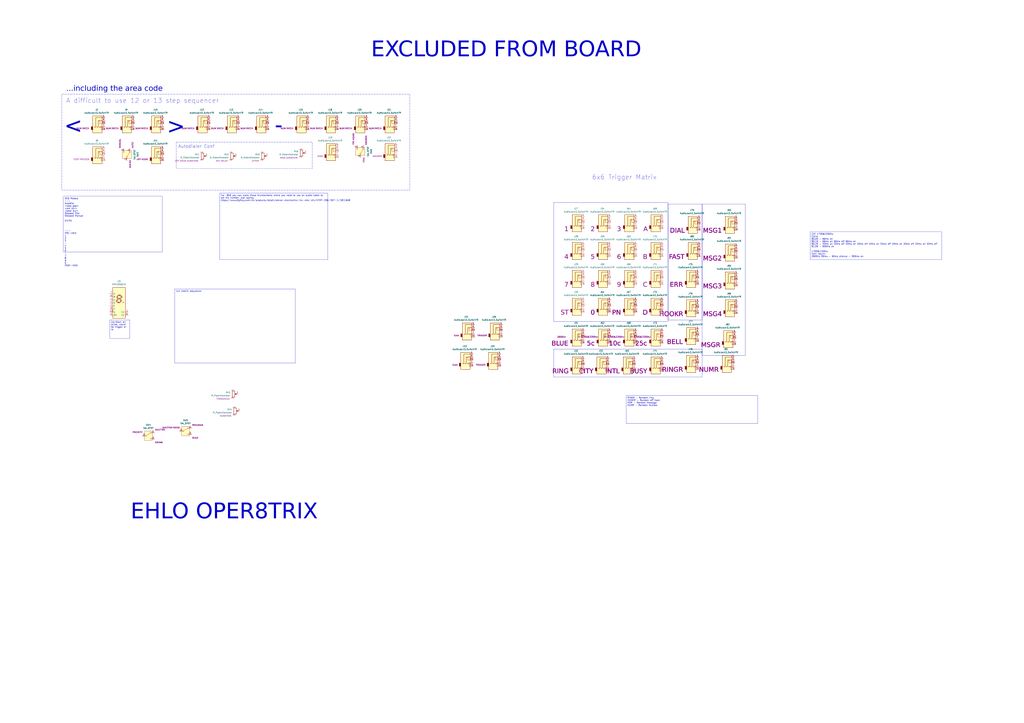
<source format=kicad_sch>
(kicad_sch (version 20231120) (generator "eeschema") (generator_version "8.0")
  (paper "A1")
  (lib_symbols
    (symbol "Connector_Audio:AudioJack3_SwitchTR"
      (property "Reference" "J" (at 0 8.89 0))
      (property "Value" "AudioJack3_SwitchTR" (at 0 6.35 0))
      (symbol "AudioJack3_SwitchTR_0_1"
        (rectangle (start -5.08 -5.08) (end -6.35 -7.62) (stroke (width 0.254)) (fill (type outline)))
        (polyline (pts (xy 0.508 -0.254) (xy 0.762 -0.762)))
        (polyline (pts (xy 1.778 -5.334) (xy 2.032 -5.842)))
        (polyline (pts (xy 0 -5.08) (xy 0.635 -5.715) (xy 1.27 -5.08) (xy 2.54 -5.08)) (stroke (width 0.254)))
        (polyline (pts (xy 2.54 -7.62) (xy 1.778 -7.62) (xy 1.778 -5.334) (xy 1.524 -5.842)))
        (polyline (pts (xy 2.54 -2.54) (xy 0.508 -2.54) (xy 0.508 -0.254) (xy 0.254 -0.762)))
        (polyline (pts (xy -1.905 -5.08) (xy -1.27 -5.715) (xy -0.635 -5.08) (xy -0.635 0) (xy 2.54 0)) (stroke (width 0.254)))
        (polyline (pts (xy 2.54 2.54) (xy -2.54 2.54) (xy -2.54 -5.08) (xy -3.175 -5.715) (xy -3.81 -5.08)) (stroke (width 0.254)))
        (rectangle (start 2.54 3.81) (end -5.08 -10.16) (stroke (width 0.254)) (fill (type background)))
      )
      (symbol "AudioJack3_SwitchTR_1_1"
        (pin passive line (at 5.08 0 180) (length 2.54) (name "~") (number "R"))
        (pin passive line (at 5.08 -2.54 180) (length 2.54) (name "~") (number "RN"))
        (pin passive line (at 5.08 2.54 180) (length 2.54) (name "~") (number "S"))
        (pin passive line (at 5.08 -5.08 180) (length 2.54) (name "~") (number "T"))
        (pin passive line (at 5.08 -7.62 180) (length 2.54) (name "~") (number "TN"))
      )
    )
    (symbol "Device:R_Potentiometer" (pin_names (offset 1.016) hide)
      (property "Reference" "RV" (at -4.445 0 90))
      (property "Value" "R_Potentiometer" (at -2.54 0 90))
      (symbol "R_Potentiometer_0_1"
        (polyline (pts (xy 2.54 0) (xy 1.524 0)))
        (polyline (pts (xy 1.143 0) (xy 2.286 0.508) (xy 2.286 -0.508) (xy 1.143 0)) (fill (type outline)))
        (rectangle (start 1.016 2.54) (end -1.016 -2.54) (stroke (width 0.254)))
      )
      (symbol "R_Potentiometer_1_1"
        (pin passive line (at 0 3.81 270) (length 1.27) (name "1") (number "1"))
        (pin passive line (at 3.81 0 180) (length 1.27) (name "2") (number "2"))
        (pin passive line (at 0 -3.81 90) (length 1.27) (name "3") (number "3"))
      )
    )
    (symbol "Display_Character:SM420561N"
      (property "Reference" "U" (at -2.54 13.97 0))
      (property "Value" "SM420561N" (at 1.27 13.97 0))
      (symbol "SM420561N_0_0"
        (text "A" (at 0.254 5.588 0) (effects (font (size 0.508 0.508))))
        (text "B" (at 2.54 4.826 0) (effects (font (size 0.508 0.508))))
        (text "C" (at 2.286 1.778 0) (effects (font (size 0.508 0.508))))
        (text "D" (at -0.254 1.016 0) (effects (font (size 0.508 0.508))))
        (text "DP" (at 3.556 0.254 0) (effects (font (size 0.508 0.508))))
        (text "E" (at -2.54 1.778 0) (effects (font (size 0.508 0.508))))
        (text "F" (at -2.286 4.826 0) (effects (font (size 0.508 0.508))))
        (text "G" (at 0 4.064 0) (effects (font (size 0.508 0.508))))
      )
      (symbol "SM420561N_0_1"
        (rectangle (start -5.08 12.7) (end 5.08 -12.7) (stroke (width 0.254)) (fill (type background)))
        (polyline (pts (xy -1.524 2.794) (xy -1.778 0.762)) (stroke (width 0.508)))
        (polyline (pts (xy -1.27 0.254) (xy 0.762 0.254)) (stroke (width 0.508)))
        (polyline (pts (xy -1.27 5.842) (xy -1.524 3.81)) (stroke (width 0.508)))
        (polyline (pts (xy -1.016 3.302) (xy 1.016 3.302)) (stroke (width 0.508)))
        (polyline (pts (xy -0.762 6.35) (xy 1.27 6.35)) (stroke (width 0.508)))
        (polyline (pts (xy 1.524 2.794) (xy 1.27 0.762)) (stroke (width 0.508)))
        (polyline (pts (xy 1.778 5.842) (xy 1.524 3.81)) (stroke (width 0.508)))
        (polyline (pts (xy 2.54 0.254) (xy 2.54 0.254)) (stroke (width 0.508)))
      )
      (symbol "SM420561N_1_1"
        (pin input line (at -7.62 -2.54 0) (length 2.54) (name "E") (number "1"))
        (pin input line (at -7.62 -7.62 0) (length 2.54) (name "G") (number "10"))
        (pin input line (at -7.62 0 0) (length 2.54) (name "D") (number "2"))
        (pin input line (at 7.62 -7.62 180) (length 2.54) (name "CC") (number "3"))
        (pin input line (at -7.62 2.54 0) (length 2.54) (name "C") (number "4"))
        (pin input line (at -7.62 -10.16 0) (length 2.54) (name "DP") (number "5"))
        (pin input line (at -7.62 5.08 0) (length 2.54) (name "B") (number "6"))
        (pin input line (at -7.62 7.62 0) (length 2.54) (name "A") (number "7"))
        (pin input line (at 7.62 -10.16 180) (length 2.54) (name "CC") (number "8"))
        (pin input line (at -7.62 -5.08 0) (length 2.54) (name "F") (number "9"))
      )
    )
    (symbol "Switch:SW_SPDT" (pin_names (offset 0) hide)
      (property "Reference" "SW" (at 0 5.08 0))
      (property "Value" "SW_SPDT" (at 0 -5.08 0))
      (symbol "SW_SPDT_0_1"
        (circle (center -2.032 0) (radius 0.4572))
        (polyline (pts (xy -1.651 0.254) (xy 1.651 2.286)))
        (circle (center 2.032 -2.54) (radius 0.4572))
        (circle (center 2.032 2.54) (radius 0.4572))
      )
      (symbol "SW_SPDT_1_1"
        (rectangle (start -3.175 3.81) (end 3.175 -3.81) (fill (type background)))
        (pin passive line (at 5.08 2.54 180) (length 2.54) (name "A") (number "1"))
        (pin passive line (at -5.08 0 0) (length 2.54) (name "B") (number "2"))
        (pin passive line (at 5.08 -2.54 180) (length 2.54) (name "C") (number "3"))
      )
    )
  )
  (rectangle (start 50.8 77.47) (end 336.55 156.21) (stroke (width 0) (type dash)))
  (rectangle (start 454.66 287.02) (end 576.58 309.88))
  (rectangle (start 144.78 116.84) (end 256.54 138.43) (stroke (width 0) (type dash)))
  (rectangle (start 548.64 167.64) (end 576.58 262.89))
  (rectangle (start 576.58 167.64) (end 612.14 292.1))
  (rectangle (start 454.66 166.37) (end 548.64 264.16))
  (text_box "SEQ Modes:\n---\nAutodial\n<step gap>\n<pre dur>\n<post dur>\nStepped Dial\nStepped Manual\n\nSTEPS\n\n\n\n---\nPRE-VOID\n1\n2\n3\n-\n4\n5\n6\n-\n7\n8\n9\n0\nPOST-VOID" (at 52.07 161.29 0) (size 81.28 45.72) (effects (font (size 1.27 1.27)) (justify left top)))
  (text_box "CDT 1700&2200hz\nCoins\n$0.05 - 66ms on\n$0.10 - 66ms on 66ms off 66ms on\n$0.25 - 33ms on 33ms off 33ms on 33ms off 33ms on 33ms off 33ms on 33ms off 33ms on 33ms off\n$1.00 - 650ms on\n\n1700&1100hz\nCoin return:\n2600hz 90ms - 60ms silence - 900ms on" (at 665.48 190.5 0) (size 107.95 22.86) (effects (font (size 1.27 1.27)) (justify left top)))
  (text_box "4x4 matrix sequancer" (at 143.51 237.49 0) (size 99.06 60.96) (effects (font (size 1.27 1.27)) (justify left top)))
  (text_box "RINGR - Random ring\nHOOKR - Random off hook\nMSR - Random Message\nNUMR - Random Number" (at 514.35 325.12 0) (size 107.95 22.86) (effects (font (size 1.27 1.27)) (justify left top)))
  (text_box "For ~$50 you can make these thumbwheels where you need to use an audio cable to set the number, just saying https://www.digikey.com/en/products/detail/omron-electronics-inc-emc-div/A7DP-206-S07-1/1811658" (at 180.34 158.75 0) (size 88.9 54.61) (effects (font (size 1.27 1.27)) (justify left top)))
  (text_box "Up/down on pulse, could be trigger or re" (at 90.17 262.89 0) (size 16.51 15.24) (effects (font (size 1.27 1.27)) (justify left top)))
  (text "Autodialer Conf" (at 161.29 120.396 0) (effects (font (size 2.54 2.54))))
  (text ">" (at 144.526 107.95 0) (effects (font (size 12.7 12.7))))
  (text "A difficult to use 12 or 13 step sequencer" (at 117.094 82.804 0) (effects (font (size 3.81 3.81))))
  (text "6x6 Trigger Matrix" (at 512.826 145.796 0) (effects (font (size 3.81 3.81))))
  (text "...including the area code" (at 93.98 74.168 0) (effects (font (size 4.445 4.445))))
  (text "<" (at 60.198 107.442 0) (effects (font (size 12.7 12.7))))
  (text "EXCLUDED FROM BOARD" (at 415.798 44.45 0) (effects (font (size 12.7 12.7))))
  (text "-" (at 228.854 106.934 0) (effects (font (size 12.7 12.7))))
  (text "EHLO OPER8TRIX" (at 184.15 424.18 0) (effects (font (size 12.7 12.7))))
  (symbol (lib_id "Connector_Audio:AudioJack3_SwitchTR") (at 474.98 226.06 0) (unit 1) (on_board no)
    (property "Reference" "J29" (at 473.075 217.17 0))
    (property "Value" "AudioJack3_SwitchTR" (at 473.075 219.71 0))
    (property "Footprint" "AT-Footprints:CONN5_STX-3680_KYC" (effects (hide yes)))
    (property "Description" "Audio Jack, 3 Poles (Stereo / TRS), Switched TR Poles (Normalling)" (effects (hide yes)))
    (property "Control" "7" (at 467.36 231.902 0) (effects (font (size 3.81 3.81)) (justify right top)))
  )
  (symbol (lib_id "Connector_Audio:AudioJack3_SwitchTR") (at 496.57 274.32 0) (unit 1) (on_board no)
    (property "Reference" "J62" (at 494.665 265.43 0))
    (property "Value" "AudioJack3_SwitchTR" (at 494.665 267.97 0))
    (property "Footprint" "AT-Footprints:CONN5_STX-3680_KYC" (effects (hide yes)))
    (property "Description" "Audio Jack, 3 Poles (Stereo / TRS), Switched TR Poles (Normalling)" (effects (hide yes)))
    (property "Control" "5c" (at 488.95 280.162 0) (effects (font (size 3.81 3.81)) (justify right top)))
    (property "freq" "DT 1700&2200hz" (at 482.6 276.86 0) (effects (font (italic yes))))
  )
  (symbol (lib_id "Connector_Audio:AudioJack3_SwitchTR") (at 129.54 124.46 0) (unit 1) (on_board no)
    (property "Reference" "J11" (at 127.635 115.57 0))
    (property "Value" "AudioJack3_SwitchTR" (at 127.635 118.11 0))
    (property "Footprint" "AT-Footprints:CONN5_STX-3680_KYC" (effects (hide yes)))
    (property "Description" "Audio Jack, 3 Poles (Stereo / TRS), Switched TR Poles (Normalling)" (effects (hide yes)))
    (property "Control" "OFF HOOK" (at 121.92 130.302 0) (effects (justify right top)))
  )
  (symbol (lib_id "Connector_Audio:AudioJack3_SwitchTR") (at 474.98 274.32 0) (unit 1) (on_board no)
    (property "Reference" "J31" (at 473.075 265.43 0))
    (property "Value" "AudioJack3_SwitchTR" (at 473.075 267.97 0))
    (property "Footprint" "AT-Footprints:CONN5_STX-3680_KYC" (effects (hide yes)))
    (property "Description" "Audio Jack, 3 Poles (Stereo / TRS), Switched TR Poles (Normalling)" (effects (hide yes)))
    (property "Control" "BLUE" (at 467.36 280.162 0) (effects (font (size 3.81 3.81)) (justify right top)))
    (property "freq" "2600hz" (at 461.01 276.86 0) (effects (font (italic yes))))
  )
  (symbol (lib_id "Connector_Audio:AudioJack3_SwitchTR") (at 568.96 295.91 0) (unit 1) (on_board no)
    (property "Reference" "J78" (at 567.055 287.02 0))
    (property "Value" "AudioJack3_SwitchTR" (at 567.055 289.56 0))
    (property "Footprint" "AT-Footprints:CONN5_STX-3680_KYC" (effects (hide yes)))
    (property "Description" "Audio Jack, 3 Poles (Stereo / TRS), Switched TR Poles (Normalling)" (effects (hide yes)))
    (property "Control" "RINGR" (at 561.34 301.752 0) (effects (font (size 3.81 3.81)) (justify right top)))
  )
  (symbol (lib_id "Connector_Audio:AudioJack3_SwitchTR") (at 518.16 180.34 0) (unit 1) (on_board no)
    (property "Reference" "J64" (at 516.255 171.45 0))
    (property "Value" "AudioJack3_SwitchTR" (at 516.255 173.99 0))
    (property "Footprint" "AT-Footprints:CONN5_STX-3680_KYC" (effects (hide yes)))
    (property "Description" "Audio Jack, 3 Poles (Stereo / TRS), Switched TR Poles (Normalling)" (effects (hide yes)))
    (property "Control" "3" (at 510.54 186.182 0) (effects (font (size 3.81 3.81)) (justify right top)))
  )
  (symbol (lib_id "Connector_Audio:AudioJack3_SwitchTR") (at 406.4 293.37 0) (unit 1) (on_board no)
    (property "Reference" "J25" (at 404.495 284.48 0))
    (property "Value" "AudioJack3_SwitchTR" (at 404.495 287.02 0))
    (property "Footprint" "AT-Footprints:CONN5_STX-3680_KYC" (effects (hide yes)))
    (property "Description" "Audio Jack, 3 Poles (Stereo / TRS), Switched TR Poles (Normalling)" (effects (hide yes)))
    (property "Control" "TRIGGER" (at 398.78 299.212 0) (effects (justify right top)))
  )
  (symbol (lib_id "Device:R_Potentiometer") (at 193.04 337.82 0) (unit 1) (on_board no)
    (property "Reference" "RV4" (at 190.5 336.5499 0) (effects (justify right)))
    (property "Value" "R_Potentiometer" (at 190.5 339.0899 0) (effects (justify right)))
    (property "Footprint" "Potentiometer_THT:Potentiometer_Bourns_PTV09A-1_Single_Vertical" (effects (hide yes)))
    (property "Description" "Potentiometer" (effects (hide yes)))
    (property "Control" "DURATION" (at 189.992 341.122 0) (effects (justify right top)))
  )
  (symbol (lib_id "Connector_Audio:AudioJack3_SwitchTR") (at 474.98 297.18 0) (unit 1) (on_board no)
    (property "Reference" "J32" (at 473.075 288.29 0))
    (property "Value" "AudioJack3_SwitchTR" (at 473.075 290.83 0))
    (property "Footprint" "AT-Footprints:CONN5_STX-3680_KYC" (effects (hide yes)))
    (property "Description" "Audio Jack, 3 Poles (Stereo / TRS), Switched TR Poles (Normalling)" (effects (hide yes)))
    (property "Control" "RING" (at 467.36 303.022 0) (effects (font (size 3.81 3.81)) (justify right top)))
  )
  (symbol (lib_id "Connector_Audio:AudioJack3_SwitchTR") (at 384.81 269.24 0) (unit 1) (on_board no)
    (property "Reference" "J24" (at 382.905 260.35 0))
    (property "Value" "AudioJack3_SwitchTR" (at 382.905 262.89 0))
    (property "Footprint" "AT-Footprints:CONN5_STX-3680_KYC" (effects (hide yes)))
    (property "Description" "Audio Jack, 3 Poles (Stereo / TRS), Switched TR Poles (Normalling)" (effects (hide yes)))
    (property "Control" "Gate" (at 377.19 275.082 0) (effects (justify right top)))
  )
  (symbol (lib_id "Connector_Audio:AudioJack3_SwitchTR") (at 570.23 181.61 0) (unit 1) (on_board no)
    (property "Reference" "J79" (at 568.325 172.72 0))
    (property "Value" "AudioJack3_SwitchTR" (at 568.325 175.26 0))
    (property "Footprint" "AT-Footprints:CONN5_STX-3680_KYC" (effects (hide yes)))
    (property "Description" "Audio Jack, 3 Poles (Stereo / TRS), Switched TR Poles (Normalling)" (effects (hide yes)))
    (property "Control" "DIAL" (at 562.61 187.452 0) (effects (font (size 3.81 3.81)) (justify right top)))
  )
  (symbol (lib_id "Switch:SW_SPDT") (at 152.4 354.33 0) (unit 1) (on_board no)
    (property "Reference" "SW5" (at 152.4 345.44 0))
    (property "Value" "SW_SPDT" (at 152.4 347.98 0))
    (property "Description" "Switch, single pole double throw" (effects (hide yes)))
    (property "POS1" "PROGRAM" (at 157.734 348.742 0) (effects (justify left top)))
    (property "POS2" "BULB" (at 157.734 359.156 0) (effects (justify left top)))
    (property "CON" "SHUTTER MODE" (at 147.828 350.774 0) (effects (justify right top)))
  )
  (symbol (lib_id "Connector_Audio:AudioJack3_SwitchTR") (at 518.16 203.2 0) (unit 1) (on_board no)
    (property "Reference" "J65" (at 516.255 194.31 0))
    (property "Value" "AudioJack3_SwitchTR" (at 516.255 196.85 0))
    (property "Footprint" "AT-Footprints:CONN5_STX-3680_KYC" (effects (hide yes)))
    (property "Description" "Audio Jack, 3 Poles (Stereo / TRS), Switched TR Poles (Normalling)" (effects (hide yes)))
    (property "Control" "6" (at 510.54 209.042 0) (effects (font (size 3.81 3.81)) (justify right top)))
  )
  (symbol (lib_id "Switch:SW_SPDT") (at 295.91 124.46 270) (mirror x) (unit 1) (on_board no)
    (property "Reference" "SW6" (at 304.8 124.46 0))
    (property "Value" "SW_SPDT" (at 302.26 124.46 0))
    (property "Description" "Switch, single pole double throw" (effects (hide yes)))
    (property "POS1" "ANSWER" (at 301.498 119.126 0) (effects (justify left top)))
    (property "POS2" "TRY AGAIN" (at 291.084 119.126 0) (effects (justify left top)))
    (property "CON" "CALL" (at 299.466 129.032 0) (effects (justify right top)))
  )
  (symbol (lib_id "Connector_Audio:AudioJack3_SwitchTR") (at 167.64 99.06 0) (unit 1) (on_board no)
    (property "Reference" "J12" (at 165.735 90.17 0))
    (property "Value" "AudioJack3_SwitchTR" (at 165.735 92.71 0))
    (property "Footprint" "AT-Footprints:CONN5_STX-3680_KYC" (effects (hide yes)))
    (property "Description" "Audio Jack, 3 Poles (Stereo / TRS), Switched TR Poles (Normalling)" (effects (hide yes)))
    (property "Control" "NUM PATCH" (at 160.02 104.902 0) (effects (justify right top)))
  )
  (symbol (lib_id "Connector_Audio:AudioJack3_SwitchTR") (at 297.18 99.06 0) (unit 1) (on_board no)
    (property "Reference" "J20" (at 295.275 90.17 0))
    (property "Value" "AudioJack3_SwitchTR" (at 295.275 92.71 0))
    (property "Footprint" "AT-Footprints:CONN5_STX-3680_KYC" (effects (hide yes)))
    (property "Description" "Audio Jack, 3 Poles (Stereo / TRS), Switched TR Poles (Normalling)" (effects (hide yes)))
    (property "Control" "NUM PATCH" (at 289.56 104.902 0) (effects (justify right top)))
  )
  (symbol (lib_id "Switch:SW_SPDT") (at 121.92 358.14 0) (unit 1) (on_board no)
    (property "Reference" "SW4" (at 121.92 349.25 0))
    (property "Value" "SW_SPDT" (at 121.92 351.79 0))
    (property "Description" "Switch, single pole double throw" (effects (hide yes)))
    (property "POS1" "SHUTTER" (at 127.254 352.552 0) (effects (justify left top)))
    (property "POS2" "DRONE" (at 127.254 362.966 0) (effects (justify left top)))
    (property "CON" "PRIORITY" (at 117.348 354.584 0) (effects (justify right top)))
  )
  (symbol (lib_id "Connector_Audio:AudioJack3_SwitchTR") (at 568.96 226.06 0) (unit 1) (on_board no)
    (property "Reference" "J75" (at 567.055 217.17 0))
    (property "Value" "AudioJack3_SwitchTR" (at 567.055 219.71 0))
    (property "Footprint" "AT-Footprints:CONN5_STX-3680_KYC" (effects (hide yes)))
    (property "Description" "Audio Jack, 3 Poles (Stereo / TRS), Switched TR Poles (Normalling)" (effects (hide yes)))
    (property "Control" "ERR" (at 561.34 231.902 0) (effects (font (size 3.81 3.81)) (justify right top)))
  )
  (symbol (lib_id "Connector_Audio:AudioJack3_SwitchTR") (at 474.98 180.34 0) (unit 1) (on_board no)
    (property "Reference" "J27" (at 473.075 171.45 0))
    (property "Value" "AudioJack3_SwitchTR" (at 473.075 173.99 0))
    (property "Footprint" "AT-Footprints:CONN5_STX-3680_KYC" (effects (hide yes)))
    (property "Description" "Audio Jack, 3 Poles (Stereo / TRS), Switched TR Poles (Normalling)" (effects (hide yes)))
    (property "Control" "1" (at 467.36 186.182 0) (effects (font (size 3.81 3.81)) (justify right top)))
  )
  (symbol (lib_id "Switch:SW_SPDT") (at 104.14 127 270) (mirror x) (unit 1) (on_board no)
    (property "Reference" "SW3" (at 113.03 127 0))
    (property "Value" "SW_SPDT" (at 110.49 127 0))
    (property "Description" "Switch, single pole double throw" (effects (hide yes)))
    (property "POS1" "AUTO" (at 109.728 121.666 0) (effects (justify left top)))
    (property "POS2" "MANUAL" (at 99.314 121.666 0) (effects (justify left top)))
    (property "CON" "DIALER" (at 107.696 131.572 0) (effects (justify right top)))
  )
  (symbol (lib_id "Connector_Audio:AudioJack3_SwitchTR") (at 495.3 297.18 0) (unit 1) (on_board no)
    (property "Reference" "J33" (at 493.395 288.29 0))
    (property "Value" "AudioJack3_SwitchTR" (at 493.395 290.83 0))
    (property "Footprint" "AT-Footprints:CONN5_STX-3680_KYC" (effects (hide yes)))
    (property "Description" "Audio Jack, 3 Poles (Stereo / TRS), Switched TR Poles (Normalling)" (effects (hide yes)))
    (property "Control" "CITY" (at 487.68 303.022 0) (effects (font (size 3.81 3.81)) (justify right top)))
  )
  (symbol (lib_id "Connector_Audio:AudioJack3_SwitchTR") (at 105.41 99.06 0) (unit 1) (on_board no)
    (property "Reference" "J9" (at 103.505 90.17 0))
    (property "Value" "AudioJack3_SwitchTR" (at 103.505 92.71 0))
    (property "Footprint" "AT-Footprints:CONN5_STX-3680_KYC" (effects (hide yes)))
    (property "Description" "Audio Jack, 3 Poles (Stereo / TRS), Switched TR Poles (Normalling)" (effects (hide yes)))
    (property "Control" "NUM PATCH" (at 97.79 104.902 0) (effects (justify right top)))
  )
  (symbol (lib_id "Connector_Audio:AudioJack3_SwitchTR") (at 496.57 203.2 0) (unit 1) (on_board no)
    (property "Reference" "J59" (at 494.665 194.31 0))
    (property "Value" "AudioJack3_SwitchTR" (at 494.665 196.85 0))
    (property "Footprint" "AT-Footprints:CONN5_STX-3680_KYC" (effects (hide yes)))
    (property "Description" "Audio Jack, 3 Poles (Stereo / TRS), Switched TR Poles (Normalling)" (effects (hide yes)))
    (property "Control" "5" (at 488.95 209.042 0) (effects (font (size 3.81 3.81)) (justify right top)))
  )
  (symbol (lib_id "Connector_Audio:AudioJack3_SwitchTR") (at 191.77 99.06 0) (unit 1) (on_board no)
    (property "Reference" "J13" (at 189.865 90.17 0))
    (property "Value" "AudioJack3_SwitchTR" (at 189.865 92.71 0))
    (property "Footprint" "AT-Footprints:CONN5_STX-3680_KYC" (effects (hide yes)))
    (property "Description" "Audio Jack, 3 Poles (Stereo / TRS), Switched TR Poles (Normalling)" (effects (hide yes)))
    (property "Control" "NUM PATCH" (at 184.15 104.902 0) (effects (justify right top)))
  )
  (symbol (lib_id "Connector_Audio:AudioJack3_SwitchTR") (at 81.28 124.46 0) (unit 1) (on_board no)
    (property "Reference" "J8" (at 79.375 115.57 0))
    (property "Value" "AudioJack3_SwitchTR" (at 79.375 118.11 0))
    (property "Footprint" "AT-Footprints:CONN5_STX-3680_KYC" (effects (hide yes)))
    (property "Description" "Audio Jack, 3 Poles (Stereo / TRS), Switched TR Poles (Normalling)" (effects (hide yes)))
    (property "Control" "STEP TRIGGER" (at 73.66 130.302 0) (effects (justify right top)))
  )
  (symbol (lib_id "Connector_Audio:AudioJack3_SwitchTR") (at 600.71 227.33 0) (unit 1) (on_board no)
    (property "Reference" "J85" (at 598.805 218.44 0))
    (property "Value" "AudioJack3_SwitchTR" (at 598.805 220.98 0))
    (property "Footprint" "AT-Footprints:CONN5_STX-3680_KYC" (effects (hide yes)))
    (property "Description" "Audio Jack, 3 Poles (Stereo / TRS), Switched TR Poles (Normalling)" (effects (hide yes)))
    (property "Control" "MSG3" (at 593.09 233.172 0) (effects (font (size 3.81 3.81)) (justify right top)))
  )
  (symbol (lib_id "Device:R_Potentiometer") (at 190.5 128.27 0) (unit 1) (on_board no)
    (property "Reference" "RV2" (at 187.96 126.9999 0) (effects (justify right)))
    (property "Value" "R_Potentiometer" (at 187.96 129.5399 0) (effects (justify right)))
    (property "Footprint" "Potentiometer_THT:Potentiometer_Bourns_PTV09A-1_Single_Vertical" (effects (hide yes)))
    (property "Description" "Potentiometer" (effects (hide yes)))
    (property "Control" "KEY DELAY" (at 187.452 131.572 0) (effects (justify right top)))
  )
  (symbol (lib_id "Connector_Audio:AudioJack3_SwitchTR") (at 248.92 99.06 0) (unit 1) (on_board no)
    (property "Reference" "J15" (at 247.015 90.17 0))
    (property "Value" "AudioJack3_SwitchTR" (at 247.015 92.71 0))
    (property "Footprint" "AT-Footprints:CONN5_STX-3680_KYC" (effects (hide yes)))
    (property "Description" "Audio Jack, 3 Poles (Stereo / TRS), Switched TR Poles (Normalling)" (effects (hide yes)))
    (property "Control" "NUM PATCH" (at 241.3 104.902 0) (effects (justify right top)))
  )
  (symbol (lib_id "Connector_Audio:AudioJack3_SwitchTR") (at 518.16 274.32 0) (unit 1) (on_board no)
    (property "Reference" "J68" (at 516.255 265.43 0))
    (property "Value" "AudioJack3_SwitchTR" (at 516.255 267.97 0))
    (property "Footprint" "AT-Footprints:CONN5_STX-3680_KYC" (effects (hide yes)))
    (property "Description" "Audio Jack, 3 Poles (Stereo / TRS), Switched TR Poles (Normalling)" (effects (hide yes)))
    (property "Control" "10c" (at 510.54 280.162 0) (effects (font (size 3.81 3.81)) (justify right top)))
    (property "freq" "DT 1700&2200hz" (at 504.19 276.86 0) (effects (font (italic yes))))
  )
  (symbol (lib_id "Display_Character:SM420561N") (at 97.79 248.92 0) (unit 1) (on_board no)
    (property "Reference" "U5" (at 97.79 231.14 0))
    (property "Value" "SM420561N" (at 97.79 233.68 0))
    (property "Footprint" "Display_7Segment:7SegmentLED_LTS6760_LTS6780" (effects (hide yes)))
    (property "Datasheet" "https://datasheet.lcsc.com/szlcsc/Wuxi-ARK-Tech-Elec-SM420561N_C141367.pdf" (effects (hide yes)))
    (property "Description" "One digit 7 segment blue LED, common cathode" (effects (hide yes)))
  )
  (symbol (lib_id "Connector_Audio:AudioJack3_SwitchTR") (at 273.05 121.92 0) (unit 1) (on_board no)
    (property "Reference" "J19" (at 271.145 113.03 0))
    (property "Value" "AudioJack3_SwitchTR" (at 271.145 115.57 0))
    (property "Footprint" "AT-Footprints:CONN5_STX-3680_KYC" (effects (hide yes)))
    (property "Description" "Audio Jack, 3 Poles (Stereo / TRS), Switched TR Poles (Normalling)" (effects (hide yes)))
    (property "Control" "RING" (at 265.43 127.762 0) (effects (justify right top)))
  )
  (symbol (lib_id "Device:R_Potentiometer") (at 166.37 128.27 0) (unit 1) (on_board no)
    (property "Reference" "RV1" (at 163.83 126.9999 0) (effects (justify right)))
    (property "Value" "R_Potentiometer" (at 163.83 129.5399 0) (effects (justify right)))
    (property "Footprint" "Potentiometer_THT:Potentiometer_Bourns_PTV09A-1_Single_Vertical" (effects (hide yes)))
    (property "Description" "Potentiometer" (effects (hide yes)))
    (property "Control" "OFF HOOK DURATION" (at 163.322 131.572 0) (effects (justify right top)))
  )
  (symbol (lib_id "Connector_Audio:AudioJack3_SwitchTR") (at 568.96 273.05 0) (unit 1) (on_board no)
    (property "Reference" "J77" (at 567.055 264.16 0))
    (property "Value" "AudioJack3_SwitchTR" (at 567.055 266.7 0))
    (property "Footprint" "AT-Footprints:CONN5_STX-3680_KYC" (effects (hide yes)))
    (property "Description" "Audio Jack, 3 Poles (Stereo / TRS), Switched TR Poles (Normalling)" (effects (hide yes)))
    (property "Control" "BELL" (at 561.34 278.892 0) (effects (font (size 3.81 3.81)) (justify right top)))
  )
  (symbol (lib_id "Connector_Audio:AudioJack3_SwitchTR") (at 518.16 248.92 0) (unit 1) (on_board no)
    (property "Reference" "J67" (at 516.255 240.03 0))
    (property "Value" "AudioJack3_SwitchTR" (at 516.255 242.57 0))
    (property "Footprint" "AT-Footprints:CONN5_STX-3680_KYC" (effects (hide yes)))
    (property "Description" "Audio Jack, 3 Poles (Stereo / TRS), Switched TR Poles (Normalling)" (effects (hide yes)))
    (property "Control" "PN" (at 510.54 254.762 0) (effects (font (size 3.81 3.81)) (justify right top)))
  )
  (symbol (lib_id "Connector_Audio:AudioJack3_SwitchTR") (at 598.17 295.91 0) (unit 1) (on_board no)
    (property "Reference" "J81" (at 596.265 287.02 0))
    (property "Value" "AudioJack3_SwitchTR" (at 596.265 289.56 0))
    (property "Footprint" "AT-Footprints:CONN5_STX-3680_KYC" (effects (hide yes)))
    (property "Description" "Audio Jack, 3 Poles (Stereo / TRS), Switched TR Poles (Normalling)" (effects (hide yes)))
    (property "Control" "NUMR" (at 590.55 301.752 0) (effects (font (size 3.81 3.81)) (justify right top)))
  )
  (symbol (lib_id "Connector_Audio:AudioJack3_SwitchTR") (at 129.54 99.06 0) (unit 1) (on_board no)
    (property "Reference" "J10" (at 127.635 90.17 0))
    (property "Value" "AudioJack3_SwitchTR" (at 127.635 92.71 0))
    (property "Footprint" "AT-Footprints:CONN5_STX-3680_KYC" (effects (hide yes)))
    (property "Description" "Audio Jack, 3 Poles (Stereo / TRS), Switched TR Poles (Normalling)" (effects (hide yes)))
    (property "Control" "NUM PATCH" (at 121.92 104.902 0) (effects (justify right top)))
  )
  (symbol (lib_id "Connector_Audio:AudioJack3_SwitchTR") (at 599.44 275.59 0) (unit 1) (on_board no)
    (property "Reference" "J82" (at 597.535 266.7 0))
    (property "Value" "AudioJack3_SwitchTR" (at 597.535 269.24 0))
    (property "Footprint" "AT-Footprints:CONN5_STX-3680_KYC" (effects (hide yes)))
    (property "Description" "Audio Jack, 3 Poles (Stereo / TRS), Switched TR Poles (Normalling)" (effects (hide yes)))
    (property "Control" "MSGR" (at 591.82 281.432 0) (effects (font (size 3.81 3.81)) (justify right top)))
  )
  (symbol (lib_id "Device:R_Potentiometer") (at 215.9 128.27 0) (unit 1) (on_board no)
    (property "Reference" "RV5" (at 213.36 126.9999 0) (effects (justify right)))
    (property "Value" "R_Potentiometer" (at 213.36 129.5399 0) (effects (justify right)))
    (property "Footprint" "Potentiometer_THT:Potentiometer_Bourns_PTV09A-1_Single_Vertical" (effects (hide yes)))
    (property "Description" "Potentiometer" (effects (hide yes)))
    (property "Control" "JITTER" (at 212.852 131.572 0) (effects (justify right top)))
  )
  (symbol (lib_id "Connector_Audio:AudioJack3_SwitchTR") (at 516.89 297.18 0) (unit 1) (on_board no)
    (property "Reference" "J63" (at 514.985 288.29 0))
    (property "Value" "AudioJack3_SwitchTR" (at 514.985 290.83 0))
    (property "Footprint" "AT-Footprints:CONN5_STX-3680_KYC" (effects (hide yes)))
    (property "Description" "Audio Jack, 3 Poles (Stereo / TRS), Switched TR Poles (Normalling)" (effects (hide yes)))
    (property "Control" "INTL" (at 509.27 303.022 0) (effects (font (size 3.81 3.81)) (justify right top)))
  )
  (symbol (lib_id "Connector_Audio:AudioJack3_SwitchTR") (at 568.96 250.19 0) (unit 1) (on_board no)
    (property "Reference" "J76" (at 567.055 241.3 0))
    (property "Value" "AudioJack3_SwitchTR" (at 567.055 243.84 0))
    (property "Footprint" "AT-Footprints:CONN5_STX-3680_KYC" (effects (hide yes)))
    (property "Description" "Audio Jack, 3 Poles (Stereo / TRS), Switched TR Poles (Normalling)" (effects (hide yes)))
    (property "Control" "HOOKR" (at 561.34 256.032 0) (effects (font (size 3.81 3.81)) (justify right top)))
  )
  (symbol (lib_id "Connector_Audio:AudioJack3_SwitchTR") (at 496.57 180.34 0) (unit 1) (on_board no)
    (property "Reference" "J34" (at 494.665 171.45 0))
    (property "Value" "AudioJack3_SwitchTR" (at 494.665 173.99 0))
    (property "Footprint" "AT-Footprints:CONN5_STX-3680_KYC" (effects (hide yes)))
    (property "Description" "Audio Jack, 3 Poles (Stereo / TRS), Switched TR Poles (Normalling)" (effects (hide yes)))
    (property "Control" "2" (at 488.95 186.182 0) (effects (font (size 3.81 3.81)) (justify right top)))
  )
  (symbol (lib_id "Connector_Audio:AudioJack3_SwitchTR") (at 496.57 248.92 0) (unit 1) (on_board no)
    (property "Reference" "J61" (at 494.665 240.03 0))
    (property "Value" "AudioJack3_SwitchTR" (at 494.665 242.57 0))
    (property "Footprint" "AT-Footprints:CONN5_STX-3680_KYC" (effects (hide yes)))
    (property "Description" "Audio Jack, 3 Poles (Stereo / TRS), Switched TR Poles (Normalling)" (effects (hide yes)))
    (property "Control" "0" (at 488.95 254.762 0) (effects (font (size 3.81 3.81)) (justify right top)))
  )
  (symbol (lib_id "Connector_Audio:AudioJack3_SwitchTR") (at 600.71 204.47 0) (unit 1) (on_board no)
    (property "Reference" "J84" (at 598.805 195.58 0))
    (property "Value" "AudioJack3_SwitchTR" (at 598.805 198.12 0))
    (property "Footprint" "AT-Footprints:CONN5_STX-3680_KYC" (effects (hide yes)))
    (property "Description" "Audio Jack, 3 Poles (Stereo / TRS), Switched TR Poles (Normalling)" (effects (hide yes)))
    (property "Control" "MSG2" (at 593.09 210.312 0) (effects (font (size 3.81 3.81)) (justify right top)))
  )
  (symbol (lib_id "Connector_Audio:AudioJack3_SwitchTR") (at 474.98 248.92 0) (unit 1) (on_board no)
    (property "Reference" "J30" (at 473.075 240.03 0))
    (property "Value" "AudioJack3_SwitchTR" (at 473.075 242.57 0))
    (property "Footprint" "AT-Footprints:CONN5_STX-3680_KYC" (effects (hide yes)))
    (property "Description" "Audio Jack, 3 Poles (Stereo / TRS), Switched TR Poles (Normalling)" (effects (hide yes)))
    (property "Control" "ST" (at 467.36 254.762 0) (effects (font (size 3.81 3.81)) (justify right top)))
  )
  (symbol (lib_id "Connector_Audio:AudioJack3_SwitchTR") (at 600.71 250.19 0) (unit 1) (on_board no)
    (property "Reference" "J86" (at 598.805 241.3 0))
    (property "Value" "AudioJack3_SwitchTR" (at 598.805 243.84 0))
    (property "Footprint" "AT-Footprints:CONN5_STX-3680_KYC" (effects (hide yes)))
    (property "Description" "Audio Jack, 3 Poles (Stereo / TRS), Switched TR Poles (Normalling)" (effects (hide yes)))
    (property "Control" "MSG4" (at 593.09 256.032 0) (effects (font (size 3.81 3.81)) (justify right top)))
  )
  (symbol (lib_id "Connector_Audio:AudioJack3_SwitchTR") (at 600.71 181.61 0) (unit 1) (on_board no)
    (property "Reference" "J83" (at 598.805 172.72 0))
    (property "Value" "AudioJack3_SwitchTR" (at 598.805 175.26 0))
    (property "Footprint" "AT-Footprints:CONN5_STX-3680_KYC" (effects (hide yes)))
    (property "Description" "Audio Jack, 3 Poles (Stereo / TRS), Switched TR Poles (Normalling)" (effects (hide yes)))
    (property "Control" "MSG1" (at 593.09 187.452 0) (effects (font (size 3.81 3.81)) (justify right top)))
  )
  (symbol (lib_id "Connector_Audio:AudioJack3_SwitchTR") (at 570.23 203.2 0) (unit 1) (on_board no)
    (property "Reference" "J80" (at 568.325 194.31 0))
    (property "Value" "AudioJack3_SwitchTR" (at 568.325 196.85 0))
    (property "Footprint" "AT-Footprints:CONN5_STX-3680_KYC" (effects (hide yes)))
    (property "Description" "Audio Jack, 3 Poles (Stereo / TRS), Switched TR Poles (Normalling)" (effects (hide yes)))
    (property "Control" "FAST" (at 562.61 209.042 0) (effects (font (size 3.81 3.81)) (justify right top)))
  )
  (symbol (lib_id "Connector_Audio:AudioJack3_SwitchTR") (at 539.75 248.92 0) (unit 1) (on_board no)
    (property "Reference" "J72" (at 537.845 240.03 0))
    (property "Value" "AudioJack3_SwitchTR" (at 537.845 242.57 0))
    (property "Footprint" "AT-Footprints:CONN5_STX-3680_KYC" (effects (hide yes)))
    (property "Description" "Audio Jack, 3 Poles (Stereo / TRS), Switched TR Poles (Normalling)" (effects (hide yes)))
    (property "Control" "D" (at 532.13 254.762 0) (effects (font (size 3.81 3.81)) (justify right top)))
  )
  (symbol (lib_id "Connector_Audio:AudioJack3_SwitchTR") (at 496.57 226.06 0) (unit 1) (on_board no)
    (property "Reference" "J60" (at 494.665 217.17 0))
    (property "Value" "AudioJack3_SwitchTR" (at 494.665 219.71 0))
    (property "Footprint" "AT-Footprints:CONN5_STX-3680_KYC" (effects (hide yes)))
    (property "Description" "Audio Jack, 3 Poles (Stereo / TRS), Switched TR Poles (Normalling)" (effects (hide yes)))
    (property "Control" "8" (at 488.95 231.902 0) (effects (font (size 3.81 3.81)) (justify right top)))
  )
  (symbol (lib_id "Connector_Audio:AudioJack3_SwitchTR") (at 539.75 274.32 0) (unit 1) (on_board no)
    (property "Reference" "J73" (at 537.845 265.43 0))
    (property "Value" "AudioJack3_SwitchTR" (at 537.845 267.97 0))
    (property "Footprint" "AT-Footprints:CONN5_STX-3680_KYC" (effects (hide yes)))
    (property "Description" "Audio Jack, 3 Poles (Stereo / TRS), Switched TR Poles (Normalling)" (effects (hide yes)))
    (property "Control" "25c" (at 532.13 280.162 0) (effects (font (size 3.81 3.81)) (justify right top)))
    (property "freq" "DT 1700&2200hz" (at 525.78 276.86 0) (effects (font (italic yes))))
  )
  (symbol (lib_id "Connector_Audio:AudioJack3_SwitchTR") (at 474.98 203.2 0) (unit 1) (on_board no)
    (property "Reference" "J28" (at 473.075 194.31 0))
    (property "Value" "AudioJack3_SwitchTR" (at 473.075 196.85 0))
    (property "Footprint" "AT-Footprints:CONN5_STX-3680_KYC" (effects (hide yes)))
    (property "Description" "Audio Jack, 3 Poles (Stereo / TRS), Switched TR Poles (Normalling)" (effects (hide yes)))
    (property "Control" "4" (at 467.36 209.042 0) (effects (font (size 3.81 3.81)) (justify right top)))
  )
  (symbol (lib_id "Connector_Audio:AudioJack3_SwitchTR") (at 321.31 121.92 0) (unit 1) (on_board no)
    (property "Reference" "J22" (at 319.405 113.03 0))
    (property "Value" "AudioJack3_SwitchTR" (at 319.405 115.57 0))
    (property "Footprint" "AT-Footprints:CONN5_STX-3680_KYC" (effects (hide yes)))
    (property "Description" "Audio Jack, 3 Poles (Stereo / TRS), Switched TR Poles (Normalling)" (effects (hide yes)))
    (property "Control" "ANSWER" (at 313.69 127.762 0) (effects (justify right top)))
  )
  (symbol (lib_id "Device:R_Potentiometer") (at 191.77 323.85 0) (unit 1) (on_board no)
    (property "Reference" "RV3" (at 189.23 322.5799 0) (effects (justify right)))
    (property "Value" "R_Potentiometer" (at 189.23 325.1199 0) (effects (justify right)))
    (property "Footprint" "Potentiometer_THT:Potentiometer_Bourns_PTV09A-1_Single_Vertical" (effects (hide yes)))
    (property "Description" "Potentiometer" (effects (hide yes)))
    (property "Control" "THRESHOLD" (at 188.722 327.152 0) (effects (justify right top)))
  )
  (symbol (lib_id "Connector_Audio:AudioJack3_SwitchTR") (at 518.16 226.06 0) (unit 1) (on_board no)
    (property "Reference" "J66" (at 516.255 217.17 0))
    (property "Value" "AudioJack3_SwitchTR" (at 516.255 219.71 0))
    (property "Footprint" "AT-Footprints:CONN5_STX-3680_KYC" (effects (hide yes)))
    (property "Description" "Audio Jack, 3 Poles (Stereo / TRS), Switched TR Poles (Normalling)" (effects (hide yes)))
    (property "Control" "9" (at 510.54 231.902 0) (effects (font (size 3.81 3.81)) (justify right top)))
  )
  (symbol (lib_id "Connector_Audio:AudioJack3_SwitchTR") (at 539.75 180.34 0) (unit 1) (on_board no)
    (property "Reference" "J69" (at 537.845 171.45 0))
    (property "Value" "AudioJack3_SwitchTR" (at 537.845 173.99 0))
    (property "Footprint" "AT-Footprints:CONN5_STX-3680_KYC" (effects (hide yes)))
    (property "Description" "Audio Jack, 3 Poles (Stereo / TRS), Switched TR Poles (Normalling)" (effects (hide yes)))
    (property "Control" "A" (at 532.13 186.182 0) (effects (font (size 3.81 3.81)) (justify right top)))
  )
  (symbol (lib_id "Connector_Audio:AudioJack3_SwitchTR") (at 321.31 99.06 0) (unit 1) (on_board no)
    (property "Reference" "J21" (at 319.405 90.17 0))
    (property "Value" "AudioJack3_SwitchTR" (at 319.405 92.71 0))
    (property "Footprint" "AT-Footprints:CONN5_STX-3680_KYC" (effects (hide yes)))
    (property "Description" "Audio Jack, 3 Poles (Stereo / TRS), Switched TR Poles (Normalling)" (effects (hide yes)))
    (property "Control" "NUM PATCH" (at 313.69 104.902 0) (effects (justify right top)))
  )
  (symbol (lib_id "Connector_Audio:AudioJack3_SwitchTR") (at 539.75 226.06 0) (unit 1) (on_board no)
    (property "Reference" "J71" (at 537.845 217.17 0))
    (property "Value" "AudioJack3_SwitchTR" (at 537.845 219.71 0))
    (property "Footprint" "AT-Footprints:CONN5_STX-3680_KYC" (effects (hide yes)))
    (property "Description" "Audio Jack, 3 Poles (Stereo / TRS), Switched TR Poles (Normalling)" (effects (hide yes)))
    (property "Control" "C" (at 532.13 231.902 0) (effects (font (size 3.81 3.81)) (justify right top)))
  )
  (symbol (lib_id "Connector_Audio:AudioJack3_SwitchTR") (at 539.75 297.18 0) (unit 1) (on_board no)
    (property "Reference" "J74" (at 537.845 288.29 0))
    (property "Value" "AudioJack3_SwitchTR" (at 537.845 290.83 0))
    (property "Footprint" "AT-Footprints:CONN5_STX-3680_KYC" (effects (hide yes)))
    (property "Description" "Audio Jack, 3 Poles (Stereo / TRS), Switched TR Poles (Normalling)" (effects (hide yes)))
    (property "Control" "BUSY" (at 532.13 303.022 0) (effects (font (size 3.81 3.81)) (justify right top)))
  )
  (symbol (lib_id "Device:R_Potentiometer") (at 247.65 125.73 0) (unit 1) (on_board no)
    (property "Reference" "RV6" (at 245.11 124.4599 0) (effects (justify right)))
    (property "Value" "R_Potentiometer" (at 245.11 126.9999 0) (effects (justify right)))
    (property "Footprint" "Potentiometer_THT:Potentiometer_Bourns_PTV09A-1_Single_Vertical" (effects (hide yes)))
    (property "Description" "Potentiometer" (effects (hide yes)))
    (property "Control" "RING DURATION" (at 244.602 129.032 0) (effects (justify right top)))
  )
  (symbol (lib_id "Connector_Audio:AudioJack3_SwitchTR") (at 273.05 99.06 0) (unit 1) (on_board no)
    (property "Reference" "J18" (at 271.145 90.17 0))
    (property "Value" "AudioJack3_SwitchTR" (at 271.145 92.71 0))
    (property "Footprint" "AT-Footprints:CONN5_STX-3680_KYC" (effects (hide yes)))
    (property "Description" "Audio Jack, 3 Poles (Stereo / TRS), Switched TR Poles (Normalling)" (effects (hide yes)))
    (property "Control" "NUM PATCH" (at 265.43 104.902 0) (effects (justify right top)))
  )
  (symbol (lib_id "Connector_Audio:AudioJack3_SwitchTR") (at 215.9 99.06 0) (unit 1) (on_board no)
    (property "Reference" "J14" (at 213.995 90.17 0))
    (property "Value" "AudioJack3_SwitchTR" (at 213.995 92.71 0))
    (property "Footprint" "AT-Footprints:CONN5_STX-3680_KYC" (effects (hide yes)))
    (property "Description" "Audio Jack, 3 Poles (Stereo / TRS), Switched TR Poles (Normalling)" (effects (hide yes)))
    (property "Control" "NUM PATCH" (at 208.28 104.902 0) (effects (justify right top)))
  )
  (symbol (lib_id "Connector_Audio:AudioJack3_SwitchTR") (at 81.28 99.06 0) (unit 1) (on_board no)
    (property "Reference" "J2" (at 79.375 90.17 0))
    (property "Value" "AudioJack3_SwitchTR" (at 79.375 92.71 0))
    (property "Footprint" "AT-Footprints:CONN5_STX-3680_KYC" (effects (hide yes)))
    (property "Description" "Audio Jack, 3 Poles (Stereo / TRS), Switched TR Poles (Normalling)" (effects (hide yes)))
    (property "Control" "NUM PATCH" (at 73.66 104.902 0) (effects (justify right top)))
  )
  (symbol (lib_id "Connector_Audio:AudioJack3_SwitchTR") (at 539.75 203.2 0) (unit 1) (on_board no)
    (property "Reference" "J70" (at 537.845 194.31 0))
    (property "Value" "AudioJack3_SwitchTR" (at 537.845 196.85 0))
    (property "Footprint" "AT-Footprints:CONN5_STX-3680_KYC" (effects (hide yes)))
    (property "Description" "Audio Jack, 3 Poles (Stereo / TRS), Switched TR Poles (Normalling)" (effects (hide yes)))
    (property "Control" "B" (at 532.13 209.042 0) (effects (font (size 3.81 3.81)) (justify right top)))
  )
  (symbol (lib_id "Connector_Audio:AudioJack3_SwitchTR") (at 407.67 269.24 0) (unit 1) (on_board no)
    (property "Reference" "J26" (at 405.765 260.35 0))
    (property "Value" "AudioJack3_SwitchTR" (at 405.765 262.89 0))
    (property "Footprint" "AT-Footprints:CONN5_STX-3680_KYC" (effects (hide yes)))
    (property "Description" "Audio Jack, 3 Poles (Stereo / TRS), Switched TR Poles (Normalling)" (effects (hide yes)))
    (property "Control" "TRIGGER" (at 400.05 275.082 0) (effects (justify right top)))
  )
  (symbol (lib_id "Connector_Audio:AudioJack3_SwitchTR") (at 383.54 293.37 0) (unit 1) (on_board no)
    (property "Reference" "J23" (at 381.635 284.48 0))
    (property "Value" "AudioJack3_SwitchTR" (at 381.635 287.02 0))
    (property "Footprint" "AT-Footprints:CONN5_STX-3680_KYC" (effects (hide yes)))
    (property "Description" "Audio Jack, 3 Poles (Stereo / TRS), Switched TR Poles (Normalling)" (effects (hide yes)))
    (property "Control" "Gate" (at 375.92 299.212 0) (effects (justify right top)))
  )
)
</source>
